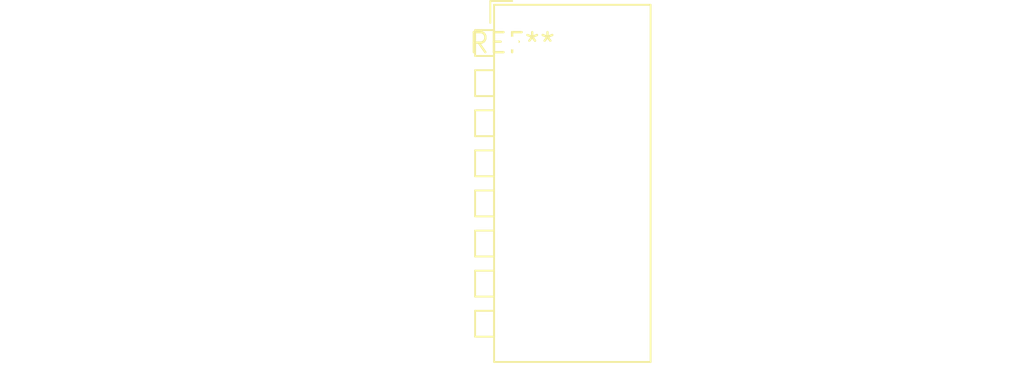
<source format=kicad_pcb>
(kicad_pcb (version 20240108) (generator pcbnew)
  (layers (0 "F.Cu" signal) (31 "B.Cu" signal) (34 "B.Paste" user) (35 "F.Paste" user) (36 "B.SilkS" user "B.Silkscreen") (37 "F.SilkS" user "F.Silkscreen") (38 "B.Mask" user) (39 "F.Mask" user) (44 "Edge.Cuts" user))
  (net 0 "")
  (footprint "SW_DIP_SPSTx08_Piano_CTS_Series194-8MSTN_W7.62mm_P2.54mm" (layer "F.Cu") (at 0 0)
    (property "Reference" "REF**")
    (property "Value" "SW_DIP_SPSTx08_Piano_CTS_Series194-8MSTN_W7.62mm_P2.54mm")
    (fp_line (start -2.34 -0.82) (end -2.34 0.82) (layer "F.SilkS") (stroke (width 0.12)))
    (fp_line (start -2.34 -0.82) (end -1.14 -0.82) (layer "F.SilkS") (stroke (width 0.12)))
    (fp_line (start -2.34 0.82) (end -1.14 0.82) (layer "F.SilkS") (stroke (width 0.12)))
    (fp_line (start -2.34 1.72) (end -2.34 3.361) (layer "F.SilkS") (stroke (width 0.12)))
    (fp_line (start -2.34 1.72) (end -1.14 1.72) (layer "F.SilkS") (stroke (width 0.12)))
    (fp_line (start -2.34 3.361) (end -1.14 3.361) (layer "F.SilkS") (stroke (width 0.12)))
    (fp_line (start -2.34 4.261) (end -2.34 5.9) (layer "F.SilkS") (stroke (width 0.12)))
    (fp_line (start -2.34 4.261) (end -1.14 4.261) (layer "F.SilkS") (stroke (width 0.12)))
    (fp_line (start -2.34 5.9) (end -1.14 5.9) (layer "F.SilkS") (stroke (width 0.12)))
    (fp_line (start -2.34 6.801) (end -2.34 8.441) (layer "F.SilkS") (stroke (width 0.12)))
    (fp_line (start -2.34 6.801) (end -1.14 6.801) (layer "F.SilkS") (stroke (width 0.12)))
    (fp_line (start -2.34 8.441) (end -1.14 8.441) (layer "F.SilkS") (stroke (width 0.12)))
    (fp_line (start -2.34 9.34) (end -2.34 10.98) (layer "F.SilkS") (stroke (width 0.12)))
    (fp_line (start -2.34 9.34) (end -1.14 9.34) (layer "F.SilkS") (stroke (width 0.12)))
    (fp_line (start -2.34 10.98) (end -1.14 10.98) (layer "F.SilkS") (stroke (width 0.12)))
    (fp_line (start -2.34 11.88) (end -2.34 13.52) (layer "F.SilkS") (stroke (width 0.12)))
    (fp_line (start -2.34 11.88) (end -1.14 11.88) (layer "F.SilkS") (stroke (width 0.12)))
    (fp_line (start -2.34 13.52) (end -1.14 13.52) (layer "F.SilkS") (stroke (width 0.12)))
    (fp_line (start -2.34 14.42) (end -2.34 16.06) (layer "F.SilkS") (stroke (width 0.12)))
    (fp_line (start -2.34 14.42) (end -1.14 14.42) (layer "F.SilkS") (stroke (width 0.12)))
    (fp_line (start -2.34 16.06) (end -1.14 16.06) (layer "F.SilkS") (stroke (width 0.12)))
    (fp_line (start -2.34 16.96) (end -2.34 18.6) (layer "F.SilkS") (stroke (width 0.12)))
    (fp_line (start -2.34 16.96) (end -1.14 16.96) (layer "F.SilkS") (stroke (width 0.12)))
    (fp_line (start -2.34 18.6) (end -1.14 18.6) (layer "F.SilkS") (stroke (width 0.12)))
    (fp_line (start -1.38 -2.66) (end -1.38 -1.277) (layer "F.SilkS") (stroke (width 0.12)))
    (fp_line (start -1.38 -2.66) (end 0.004 -2.66) (layer "F.SilkS") (stroke (width 0.12)))
    (fp_line (start -1.14 -2.42) (end -1.14 20.201) (layer "F.SilkS") (stroke (width 0.12)))
    (fp_line (start -1.14 -2.42) (end 8.76 -2.42) (layer "F.SilkS") (stroke (width 0.12)))
    (fp_line (start -1.14 -0.82) (end -1.14 0.82) (layer "F.SilkS") (stroke (width 0.12)))
    (fp_line (start -1.14 1.72) (end -1.14 3.361) (layer "F.SilkS") (stroke (width 0.12)))
    (fp_line (start -1.14 4.261) (end -1.14 5.9) (layer "F.SilkS") (stroke (width 0.12)))
    (fp_line (start -1.14 6.801) (end -1.14 8.441) (layer "F.SilkS") (stroke (width 0.12)))
    (fp_line (start -1.14 9.34) (end -1.14 10.98) (layer "F.SilkS") (stroke (width 0.12)))
    (fp_line (start -1.14 11.88) (end -1.14 13.52) (layer "F.SilkS") (stroke (width 0.12)))
    (fp_line (start -1.14 14.42) (end -1.14 16.06) (layer "F.SilkS") (stroke (width 0.12)))
    (fp_line (start -1.14 16.96) (end -1.14 18.6) (layer "F.SilkS") (stroke (width 0.12)))
    (fp_line (start -1.14 20.201) (end 8.76 20.201) (layer "F.SilkS") (stroke (width 0.12)))
    (fp_line (start 8.76 -2.42) (end 8.76 20.201) (layer "F.SilkS") (stroke (width 0.12)))
    (pad "1" thru_hole rect (at 0 0) (size 1.6 1.6) (drill 0.8) (layers *.Cu *.Mask) (remove_unused_layers))
    (pad "2" thru_hole oval (at 0 2.54) (size 1.6 1.6) (drill 0.8) (layers *.Cu *.Mask) (remove_unused_layers))
    (pad "3" thru_hole oval (at 0 5.08) (size 1.6 1.6) (drill 0.8) (layers *.Cu *.Mask) (remove_unused_layers))
    (pad "4" thru_hole oval (at 0 7.62) (size 1.6 1.6) (drill 0.8) (layers *.Cu *.Mask) (remove_unused_layers))
    (pad "5" thru_hole oval (at 0 10.16) (size 1.6 1.6) (drill 0.8) (layers *.Cu *.Mask) (remove_unused_layers))
    (pad "6" thru_hole oval (at 0 12.7) (size 1.6 1.6) (drill 0.8) (layers *.Cu *.Mask) (remove_unused_layers))
    (pad "7" thru_hole oval (at 0 15.24) (size 1.6 1.6) (drill 0.8) (layers *.Cu *.Mask) (remove_unused_layers))
    (pad "8" thru_hole oval (at 0 17.78) (size 1.6 1.6) (drill 0.8) (layers *.Cu *.Mask) (remove_unused_layers))
    (pad "9" thru_hole oval (at 7.62 17.78) (size 1.6 1.6) (drill 0.8) (layers *.Cu *.Mask) (remove_unused_layers))
    (pad "10" thru_hole oval (at 7.62 15.24) (size 1.6 1.6) (drill 0.8) (layers *.Cu *.Mask) (remove_unused_layers))
    (pad "11" thru_hole oval (at 7.62 12.7) (size 1.6 1.6) (drill 0.8) (layers *.Cu *.Mask) (remove_unused_layers))
    (pad "12" thru_hole oval (at 7.62 10.16) (size 1.6 1.6) (drill 0.8) (layers *.Cu *.Mask) (remove_unused_layers))
    (pad "13" thru_hole oval (at 7.62 7.62) (size 1.6 1.6) (drill 0.8) (layers *.Cu *.Mask) (remove_unused_layers))
    (pad "14" thru_hole oval (at 7.62 5.08) (size 1.6 1.6) (drill 0.8) (layers *.Cu *.Mask) (remove_unused_layers))
    (pad "15" thru_hole oval (at 7.62 2.54) (size 1.6 1.6) (drill 0.8) (layers *.Cu *.Mask) (remove_unused_layers))
    (pad "16" thru_hole oval (at 7.62 0) (size 1.6 1.6) (drill 0.8) (layers *.Cu *.Mask) (remove_unused_layers))
  )
)
</source>
